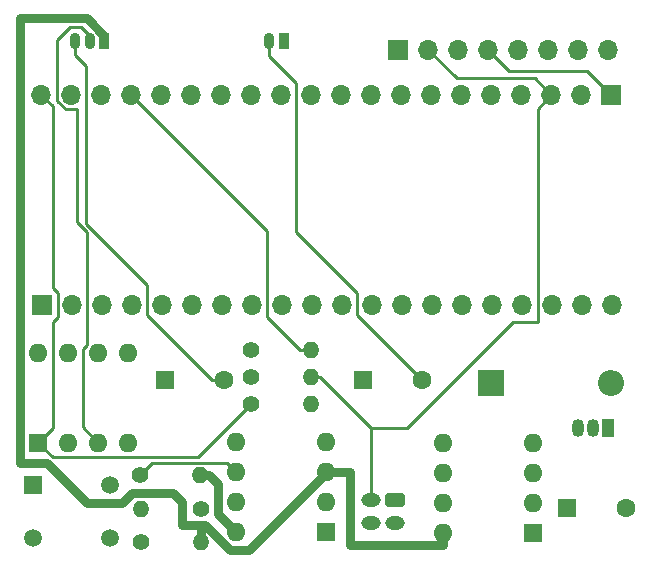
<source format=gbr>
%TF.GenerationSoftware,KiCad,Pcbnew,7.0.7*%
%TF.CreationDate,2023-10-20T12:33:54-04:00*%
%TF.ProjectId,Capstone-board-v1,43617073-746f-46e6-952d-626f6172642d,rev?*%
%TF.SameCoordinates,Original*%
%TF.FileFunction,Copper,L2,Bot*%
%TF.FilePolarity,Positive*%
%FSLAX46Y46*%
G04 Gerber Fmt 4.6, Leading zero omitted, Abs format (unit mm)*
G04 Created by KiCad (PCBNEW 7.0.7) date 2023-10-20 12:33:54*
%MOMM*%
%LPD*%
G01*
G04 APERTURE LIST*
G04 Aperture macros list*
%AMRoundRect*
0 Rectangle with rounded corners*
0 $1 Rounding radius*
0 $2 $3 $4 $5 $6 $7 $8 $9 X,Y pos of 4 corners*
0 Add a 4 corners polygon primitive as box body*
4,1,4,$2,$3,$4,$5,$6,$7,$8,$9,$2,$3,0*
0 Add four circle primitives for the rounded corners*
1,1,$1+$1,$2,$3*
1,1,$1+$1,$4,$5*
1,1,$1+$1,$6,$7*
1,1,$1+$1,$8,$9*
0 Add four rect primitives between the rounded corners*
20,1,$1+$1,$2,$3,$4,$5,0*
20,1,$1+$1,$4,$5,$6,$7,0*
20,1,$1+$1,$6,$7,$8,$9,0*
20,1,$1+$1,$8,$9,$2,$3,0*%
G04 Aperture macros list end*
%TA.AperFunction,ComponentPad*%
%ADD10RoundRect,0.225000X0.225000X0.475000X-0.225000X0.475000X-0.225000X-0.475000X0.225000X-0.475000X0*%
%TD*%
%TA.AperFunction,ComponentPad*%
%ADD11O,0.900000X1.400000*%
%TD*%
%TA.AperFunction,ComponentPad*%
%ADD12R,1.508000X1.508000*%
%TD*%
%TA.AperFunction,ComponentPad*%
%ADD13C,1.508000*%
%TD*%
%TA.AperFunction,ComponentPad*%
%ADD14R,1.050000X1.500000*%
%TD*%
%TA.AperFunction,ComponentPad*%
%ADD15O,1.050000X1.500000*%
%TD*%
%TA.AperFunction,ComponentPad*%
%ADD16O,1.400000X1.400000*%
%TD*%
%TA.AperFunction,ComponentPad*%
%ADD17C,1.400000*%
%TD*%
%TA.AperFunction,ComponentPad*%
%ADD18R,1.600000X1.600000*%
%TD*%
%TA.AperFunction,ComponentPad*%
%ADD19O,1.600000X1.600000*%
%TD*%
%TA.AperFunction,ComponentPad*%
%ADD20C,1.600000*%
%TD*%
%TA.AperFunction,ComponentPad*%
%ADD21O,1.650000X1.200000*%
%TD*%
%TA.AperFunction,ComponentPad*%
%ADD22RoundRect,0.250000X-0.575000X0.350000X-0.575000X-0.350000X0.575000X-0.350000X0.575000X0.350000X0*%
%TD*%
%TA.AperFunction,ComponentPad*%
%ADD23R,1.700000X1.700000*%
%TD*%
%TA.AperFunction,ComponentPad*%
%ADD24O,1.700000X1.700000*%
%TD*%
%TA.AperFunction,ComponentPad*%
%ADD25R,2.200000X2.200000*%
%TD*%
%TA.AperFunction,ComponentPad*%
%ADD26O,2.200000X2.200000*%
%TD*%
%TA.AperFunction,Conductor*%
%ADD27C,0.750000*%
%TD*%
%TA.AperFunction,Conductor*%
%ADD28C,0.250000*%
%TD*%
G04 APERTURE END LIST*
D10*
%TO.P,U3,1,VCC*%
%TO.N,Net-(U1-IN)*%
X29972000Y-22860000D03*
D11*
%TO.P,U3,2,VOUT*%
%TO.N,Net-(U3-VOUT)*%
X28722000Y-22860000D03*
%TO.P,U3,3,GND*%
%TO.N,Earth*%
X27472000Y-22860000D03*
%TD*%
D10*
%TO.P,M1,1,+*%
%TO.N,Net-(D1-K)*%
X45192000Y-22860000D03*
D11*
%TO.P,M1,2,-*%
%TO.N,Net-(D1-A)*%
X43942000Y-22860000D03*
%TD*%
D12*
%TO.P,S1,1*%
%TO.N,Net-(C1-Pad1)*%
X23928000Y-60488000D03*
D13*
%TO.P,S1,2*%
%TO.N,unconnected-(S1-Pad2)*%
X30428000Y-60488000D03*
%TO.P,S1,3*%
%TO.N,unconnected-(S1-Pad3)*%
X23928000Y-64988000D03*
%TO.P,S1,4*%
%TO.N,Net-(U2-THR)*%
X30428000Y-64988000D03*
%TD*%
D14*
%TO.P,Q1,1,E*%
%TO.N,Earth*%
X72644000Y-55626000D03*
D15*
%TO.P,Q1,2,B*%
%TO.N,Net-(Q1-B)*%
X71374000Y-55626000D03*
%TO.P,Q1,3,C*%
%TO.N,Net-(D1-A)*%
X70104000Y-55626000D03*
%TD*%
D16*
%TO.P,R4,2*%
%TO.N,Net-(J1-Pin_17)*%
X47498000Y-49022000D03*
D17*
%TO.P,R4,1*%
%TO.N,Net-(Q1-B)*%
X42418000Y-49022000D03*
%TD*%
D18*
%TO.P,U2,1,GND*%
%TO.N,Earth*%
X48768000Y-64470500D03*
D19*
%TO.P,U2,2,TR*%
%TO.N,Net-(U2-THR)*%
X48768000Y-61930500D03*
%TO.P,U2,3,Q*%
%TO.N,Net-(U1-IN)*%
X48768000Y-59390500D03*
%TO.P,U2,4,R*%
%TO.N,VCC*%
X48768000Y-56850500D03*
%TO.P,U2,5,CV*%
%TO.N,unconnected-(U2-CV-Pad5)*%
X41148000Y-56850500D03*
%TO.P,U2,6,THR*%
%TO.N,Net-(U2-THR)*%
X41148000Y-59390500D03*
%TO.P,U2,7,DIS*%
%TO.N,unconnected-(U2-DIS-Pad7)*%
X41148000Y-61930500D03*
%TO.P,U2,8,VCC*%
%TO.N,VCC*%
X41148000Y-64470500D03*
%TD*%
D18*
%TO.P,U1,1,OUT*%
%TO.N,Net-(D1-K)*%
X66284000Y-64506000D03*
D19*
%TO.P,U1,2,NC/ADJ*%
%TO.N,unconnected-(U1-NC{slash}ADJ-Pad2)*%
X66284000Y-61966000D03*
%TO.P,U1,3,GND*%
%TO.N,Earth*%
X66284000Y-59426000D03*
%TO.P,U1,4,NC*%
%TO.N,unconnected-(U1-NC-Pad4)*%
X66284000Y-56886000D03*
%TO.P,U1,5,\u002ASHDN*%
%TO.N,unconnected-(U1-\u002ASHDN-Pad5)*%
X58664000Y-56886000D03*
%TO.P,U1,6,NC*%
%TO.N,unconnected-(U1-NC-Pad6)*%
X58664000Y-59426000D03*
%TO.P,U1,7,NC*%
%TO.N,unconnected-(U1-NC-Pad7)*%
X58664000Y-61966000D03*
%TO.P,U1,8,IN*%
%TO.N,Net-(U1-IN)*%
X58664000Y-64506000D03*
%TD*%
D18*
%TO.P,C1,1*%
%TO.N,Net-(C1-Pad1)*%
X35092000Y-51562000D03*
D20*
%TO.P,C1,2*%
%TO.N,Earth*%
X40092000Y-51562000D03*
%TD*%
D16*
%TO.P,R6,2*%
%TO.N,Net-(U4--)*%
X47498000Y-53594000D03*
D17*
%TO.P,R6,1*%
%TO.N,Net-(J1-Pin_20)*%
X42418000Y-53594000D03*
%TD*%
%TO.P,R2,1*%
%TO.N,Earth*%
X38130000Y-62480000D03*
D16*
%TO.P,R2,2*%
%TO.N,Net-(U2-THR)*%
X33050000Y-62480000D03*
%TD*%
%TO.P,R3,2*%
%TO.N,VCC*%
X38100000Y-59644500D03*
D17*
%TO.P,R3,1*%
%TO.N,Net-(U2-THR)*%
X33020000Y-59644500D03*
%TD*%
D21*
%TO.P,BT1,4*%
%TO.N,N/C*%
X52578000Y-63722000D03*
%TO.P,BT1,3*%
X54578000Y-63722000D03*
%TO.P,BT1,2,-*%
%TO.N,Earth*%
X52578000Y-61722000D03*
D22*
%TO.P,BT1,1,+*%
%TO.N,VCC*%
X54578000Y-61722000D03*
%TD*%
D18*
%TO.P,C3,1*%
%TO.N,Net-(D1-K)*%
X51856000Y-51562000D03*
D20*
%TO.P,C3,2*%
%TO.N,Net-(D1-A)*%
X56856000Y-51562000D03*
%TD*%
D19*
%TO.P,U4,8,V+*%
%TO.N,Net-(D1-K)*%
X24394000Y-49266000D03*
%TO.P,U4,7*%
%TO.N,N/C*%
X26934000Y-49266000D03*
%TO.P,U4,6*%
X29474000Y-49266000D03*
%TO.P,U4,5*%
X32014000Y-49266000D03*
%TO.P,U4,4,V-*%
%TO.N,Earth*%
X32014000Y-56886000D03*
%TO.P,U4,3,+*%
%TO.N,Net-(U3-VOUT)*%
X29474000Y-56886000D03*
%TO.P,U4,2,-*%
%TO.N,Net-(U4--)*%
X26934000Y-56886000D03*
D18*
%TO.P,U4,1*%
%TO.N,Net-(J1-Pin_20)*%
X24394000Y-56886000D03*
%TD*%
D23*
%TO.P,J3,1,Pin_1*%
%TO.N,Net-(D1-K)*%
X54864000Y-23622000D03*
D24*
%TO.P,J3,2,Pin_2*%
%TO.N,Earth*%
X57404000Y-23622000D03*
%TO.P,J3,3,Pin_3*%
%TO.N,Net-(J1-Pin_2)*%
X59944000Y-23622000D03*
%TO.P,J3,4,Pin_4*%
%TO.N,Net-(J1-Pin_1)*%
X62484000Y-23622000D03*
%TO.P,J3,5,Pin_5*%
%TO.N,unconnected-(J3-Pin_5-Pad5)*%
X65024000Y-23622000D03*
%TO.P,J3,6,Pin_6*%
%TO.N,unconnected-(J3-Pin_6-Pad6)*%
X67564000Y-23622000D03*
%TO.P,J3,7,Pin_7*%
%TO.N,unconnected-(J3-Pin_7-Pad7)*%
X70104000Y-23622000D03*
%TO.P,J3,8,Pin_8*%
%TO.N,unconnected-(J3-Pin_8-Pad8)*%
X72644000Y-23622000D03*
%TD*%
D23*
%TO.P,J1,1,Pin_1*%
%TO.N,Net-(J1-Pin_1)*%
X72898000Y-27432000D03*
D24*
%TO.P,J1,2,Pin_2*%
%TO.N,Net-(J1-Pin_2)*%
X70358000Y-27432000D03*
%TO.P,J1,3,Pin_3*%
%TO.N,Earth*%
X67818000Y-27432000D03*
%TO.P,J1,4,Pin_4*%
%TO.N,unconnected-(J1-Pin_4-Pad4)*%
X65278000Y-27432000D03*
%TO.P,J1,5,Pin_5*%
%TO.N,unconnected-(J1-Pin_5-Pad5)*%
X62738000Y-27432000D03*
%TO.P,J1,6,Pin_6*%
%TO.N,unconnected-(J1-Pin_6-Pad6)*%
X60198000Y-27432000D03*
%TO.P,J1,7,Pin_7*%
%TO.N,unconnected-(J1-Pin_7-Pad7)*%
X57658000Y-27432000D03*
%TO.P,J1,8,Pin_8*%
%TO.N,unconnected-(J1-Pin_8-Pad8)*%
X55118000Y-27432000D03*
%TO.P,J1,9,Pin_9*%
%TO.N,unconnected-(J1-Pin_9-Pad9)*%
X52578000Y-27432000D03*
%TO.P,J1,10,Pin_10*%
%TO.N,unconnected-(J1-Pin_10-Pad10)*%
X50038000Y-27432000D03*
%TO.P,J1,11,Pin_11*%
%TO.N,unconnected-(J1-Pin_11-Pad11)*%
X47498000Y-27432000D03*
%TO.P,J1,12,Pin_12*%
%TO.N,unconnected-(J1-Pin_12-Pad12)*%
X44958000Y-27432000D03*
%TO.P,J1,13,Pin_13*%
%TO.N,unconnected-(J1-Pin_13-Pad13)*%
X42418000Y-27432000D03*
%TO.P,J1,14,Pin_14*%
%TO.N,unconnected-(J1-Pin_14-Pad14)*%
X39878000Y-27432000D03*
%TO.P,J1,15,Pin_15*%
%TO.N,unconnected-(J1-Pin_15-Pad15)*%
X37338000Y-27432000D03*
%TO.P,J1,16,Pin_16*%
%TO.N,unconnected-(J1-Pin_16-Pad16)*%
X34798000Y-27432000D03*
%TO.P,J1,17,Pin_17*%
%TO.N,Net-(J1-Pin_17)*%
X32258000Y-27432000D03*
%TO.P,J1,18,Pin_18*%
%TO.N,unconnected-(J1-Pin_18-Pad18)*%
X29718000Y-27432000D03*
%TO.P,J1,19,Pin_19*%
%TO.N,unconnected-(J1-Pin_19-Pad19)*%
X27178000Y-27432000D03*
%TO.P,J1,20,Pin_20*%
%TO.N,Net-(J1-Pin_20)*%
X24638000Y-27432000D03*
%TD*%
D16*
%TO.P,R5,2*%
%TO.N,Earth*%
X47498000Y-51308000D03*
D17*
%TO.P,R5,1*%
%TO.N,Net-(U4--)*%
X42418000Y-51308000D03*
%TD*%
D23*
%TO.P,J2,1,Pin_1*%
%TO.N,unconnected-(J2-Pin_1-Pad1)*%
X24714200Y-45212000D03*
D24*
%TO.P,J2,2,Pin_2*%
%TO.N,unconnected-(J2-Pin_2-Pad2)*%
X27254200Y-45212000D03*
%TO.P,J2,3,Pin_3*%
%TO.N,unconnected-(J2-Pin_3-Pad3)*%
X29794200Y-45212000D03*
%TO.P,J2,4,Pin_4*%
%TO.N,unconnected-(J2-Pin_4-Pad4)*%
X32334200Y-45212000D03*
%TO.P,J2,5,Pin_5*%
%TO.N,unconnected-(J2-Pin_5-Pad5)*%
X34874200Y-45212000D03*
%TO.P,J2,6,Pin_6*%
%TO.N,unconnected-(J2-Pin_6-Pad6)*%
X37414200Y-45212000D03*
%TO.P,J2,7,Pin_7*%
%TO.N,unconnected-(J2-Pin_7-Pad7)*%
X39954200Y-45212000D03*
%TO.P,J2,8,Pin_8*%
%TO.N,unconnected-(J2-Pin_8-Pad8)*%
X42494200Y-45212000D03*
%TO.P,J2,9,Pin_9*%
%TO.N,unconnected-(J2-Pin_9-Pad9)*%
X45034200Y-45212000D03*
%TO.P,J2,10,Pin_10*%
%TO.N,unconnected-(J2-Pin_10-Pad10)*%
X47574200Y-45212000D03*
%TO.P,J2,11,Pin_11*%
%TO.N,unconnected-(J2-Pin_11-Pad11)*%
X50114200Y-45212000D03*
%TO.P,J2,12,Pin_12*%
%TO.N,unconnected-(J2-Pin_12-Pad12)*%
X52654200Y-45212000D03*
%TO.P,J2,13,Pin_13*%
%TO.N,unconnected-(J2-Pin_13-Pad13)*%
X55194200Y-45212000D03*
%TO.P,J2,14,Pin_14*%
%TO.N,unconnected-(J2-Pin_14-Pad14)*%
X57734200Y-45212000D03*
%TO.P,J2,15,Pin_15*%
%TO.N,unconnected-(J2-Pin_15-Pad15)*%
X60274200Y-45212000D03*
%TO.P,J2,16,Pin_16*%
%TO.N,unconnected-(J2-Pin_16-Pad16)*%
X62814200Y-45212000D03*
%TO.P,J2,17,Pin_17*%
%TO.N,unconnected-(J2-Pin_17-Pad17)*%
X65354200Y-45212000D03*
%TO.P,J2,18,Pin_18*%
%TO.N,unconnected-(J2-Pin_18-Pad18)*%
X67894200Y-45212000D03*
%TO.P,J2,19,Pin_19*%
%TO.N,Net-(D1-K)*%
X70434200Y-45212000D03*
%TO.P,J2,20,Pin_20*%
%TO.N,unconnected-(J2-Pin_20-Pad20)*%
X72974200Y-45212000D03*
%TD*%
D18*
%TO.P,C2,1*%
%TO.N,Net-(D1-K)*%
X69168000Y-62378000D03*
D20*
%TO.P,C2,2*%
%TO.N,Earth*%
X74168000Y-62378000D03*
%TD*%
D25*
%TO.P,D1,1,K*%
%TO.N,Net-(D1-K)*%
X62738000Y-51816000D03*
D26*
%TO.P,D1,2,A*%
%TO.N,Net-(D1-A)*%
X72898000Y-51816000D03*
%TD*%
D17*
%TO.P,R1,1*%
%TO.N,Net-(C1-Pad1)*%
X33050000Y-65300000D03*
D16*
%TO.P,R1,2*%
%TO.N,Net-(U1-IN)*%
X38130000Y-65300000D03*
%TD*%
D27*
%TO.N,Net-(U1-IN)*%
X29972000Y-22410431D02*
X29972000Y-22860000D01*
X28471569Y-20910000D02*
X29972000Y-22410431D01*
X22830000Y-20910000D02*
X28471569Y-20910000D01*
X22830000Y-58630000D02*
X22830000Y-20910000D01*
X28488051Y-61970000D02*
X25148051Y-58630000D01*
X32301377Y-61110000D02*
X31441377Y-61970000D01*
X35750000Y-61110000D02*
X32301377Y-61110000D01*
X25148051Y-58630000D02*
X22830000Y-58630000D01*
X31441377Y-61970000D02*
X28488051Y-61970000D01*
X36560000Y-61920000D02*
X35750000Y-61110000D01*
X36560000Y-63860000D02*
X36560000Y-61920000D01*
X38530000Y-63860000D02*
X36560000Y-63860000D01*
%TO.N,VCC*%
X39630000Y-60410000D02*
X39630000Y-62952500D01*
X38864500Y-59644500D02*
X39630000Y-60410000D01*
X39630000Y-62952500D02*
X41148000Y-64470500D01*
X38100000Y-59644500D02*
X38864500Y-59644500D01*
D28*
%TO.N,Earth*%
X48258000Y-51308000D02*
X47498000Y-51308000D01*
X33600000Y-46046000D02*
X39116000Y-51562000D01*
X59812000Y-26030000D02*
X57404000Y-23622000D01*
X66660000Y-28590000D02*
X67818000Y-27432000D01*
X39116000Y-51562000D02*
X40092000Y-51562000D01*
X27472000Y-24062000D02*
X28440000Y-25030000D01*
X28440000Y-25030000D02*
X28440000Y-38340000D01*
X52578000Y-61722000D02*
X52578000Y-55628000D01*
X67818000Y-27432000D02*
X66416000Y-26030000D01*
X52578000Y-55628000D02*
X55626499Y-55628000D01*
X55626499Y-55628000D02*
X64604499Y-46650000D01*
X66660000Y-46650000D02*
X66660000Y-28590000D01*
X27472000Y-22860000D02*
X27472000Y-24062000D01*
X66416000Y-26030000D02*
X59812000Y-26030000D01*
X64604499Y-46650000D02*
X66660000Y-46650000D01*
X52578000Y-55628000D02*
X48258000Y-51308000D01*
X33600000Y-43500000D02*
X33600000Y-46046000D01*
X28440000Y-38340000D02*
X33600000Y-43500000D01*
%TO.N,Net-(D1-A)*%
X46230000Y-26418000D02*
X43942000Y-24130000D01*
X46230000Y-39020000D02*
X46230000Y-26418000D01*
X51380000Y-46086000D02*
X51380000Y-44170000D01*
X51380000Y-44170000D02*
X46230000Y-39020000D01*
X56856000Y-51562000D02*
X51380000Y-46086000D01*
X43942000Y-24130000D02*
X43942000Y-22860000D01*
%TO.N,Net-(J1-Pin_1)*%
X64252000Y-25390000D02*
X70856000Y-25390000D01*
X70856000Y-25390000D02*
X72898000Y-27432000D01*
X62484000Y-23622000D02*
X64252000Y-25390000D01*
%TO.N,Net-(J1-Pin_17)*%
X47498000Y-49022000D02*
X46508051Y-49022000D01*
X43760000Y-46273949D02*
X43760000Y-38934000D01*
X46508051Y-49022000D02*
X43760000Y-46273949D01*
X43760000Y-38934000D02*
X32258000Y-27432000D01*
%TO.N,Net-(J1-Pin_20)*%
X25620000Y-43767800D02*
X25620000Y-28414000D01*
X42418000Y-53594000D02*
X37932000Y-58080000D01*
X25620000Y-28414000D02*
X24638000Y-27432000D01*
X24394000Y-56886000D02*
X25620000Y-55660000D01*
X37932000Y-58080000D02*
X25588000Y-58080000D01*
X25588000Y-58080000D02*
X24394000Y-56886000D01*
X25620000Y-46656200D02*
X26020000Y-46256200D01*
X26020000Y-46256200D02*
X26020000Y-44167800D01*
X26020000Y-44167800D02*
X25620000Y-43767800D01*
X25620000Y-55660000D02*
X25620000Y-46656200D01*
%TO.N,Net-(U2-THR)*%
X33020000Y-59644500D02*
X34045000Y-58619500D01*
X40377000Y-58619500D02*
X41148000Y-59390500D01*
X34045000Y-58619500D02*
X40377000Y-58619500D01*
D27*
%TO.N,Net-(U1-IN)*%
X58664000Y-64506000D02*
X58664000Y-65580000D01*
X58664000Y-65580000D02*
X50810000Y-65580000D01*
X50810000Y-65580000D02*
X50810000Y-59390000D01*
X40640000Y-65970000D02*
X38530000Y-63860000D01*
X48768000Y-59390500D02*
X48768000Y-59432000D01*
X48768000Y-59432000D02*
X42230000Y-65970000D01*
X42230000Y-65970000D02*
X40640000Y-65970000D01*
X38530000Y-63860000D02*
X38130000Y-64260000D01*
X50809500Y-59390500D02*
X48768000Y-59390500D01*
X38130000Y-64260000D02*
X38130000Y-65300000D01*
X50810000Y-59390000D02*
X50809500Y-59390500D01*
D28*
%TO.N,Net-(U3-VOUT)*%
X26003000Y-27918701D02*
X26691299Y-28607000D01*
X27664701Y-28607000D02*
X27664701Y-38201097D01*
X28722000Y-22860000D02*
X28722000Y-22410000D01*
X26003000Y-22765000D02*
X26003000Y-27918701D01*
X27088000Y-21680000D02*
X26003000Y-22765000D01*
X28180000Y-55592000D02*
X29474000Y-56886000D01*
X28722000Y-22410000D02*
X27992000Y-21680000D01*
X28180000Y-48969009D02*
X28180000Y-55592000D01*
X28530000Y-39066396D02*
X28530000Y-48619009D01*
X26691299Y-28607000D02*
X27664701Y-28607000D01*
X27664701Y-38201097D02*
X28530000Y-39066396D01*
X28722000Y-22860000D02*
X28722000Y-23310000D01*
X28530000Y-48619009D02*
X28180000Y-48969009D01*
X27992000Y-21680000D02*
X27088000Y-21680000D01*
%TD*%
M02*

</source>
